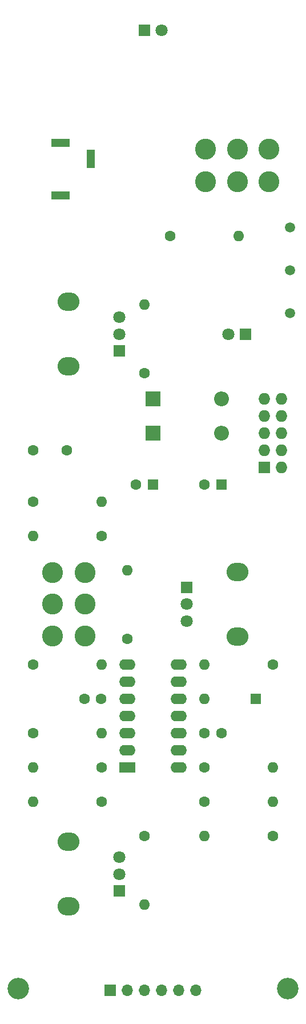
<source format=gbs>
G04 #@! TF.GenerationSoftware,KiCad,Pcbnew,6.0.2-378541a8eb~116~ubuntu20.04.1*
G04 #@! TF.CreationDate,2022-03-12T15:31:06-05:00*
G04 #@! TF.ProjectId,irinput_b1,6972696e-7075-4745-9f62-312e6b696361,rev?*
G04 #@! TF.SameCoordinates,Original*
G04 #@! TF.FileFunction,Soldermask,Bot*
G04 #@! TF.FilePolarity,Negative*
%FSLAX46Y46*%
G04 Gerber Fmt 4.6, Leading zero omitted, Abs format (unit mm)*
G04 Created by KiCad (PCBNEW 6.0.2-378541a8eb~116~ubuntu20.04.1) date 2022-03-12 15:31:06*
%MOMM*%
%LPD*%
G01*
G04 APERTURE LIST*
%ADD10O,3.240000X2.720000*%
%ADD11R,1.800000X1.800000*%
%ADD12C,1.800000*%
%ADD13C,1.500000*%
%ADD14C,3.200000*%
%ADD15C,3.100000*%
%ADD16R,2.800000X1.250000*%
%ADD17R,1.250000X2.800000*%
%ADD18R,2.400000X1.600000*%
%ADD19O,2.400000X1.600000*%
%ADD20R,2.200000X2.200000*%
%ADD21O,2.200000X2.200000*%
%ADD22C,1.600000*%
%ADD23O,1.600000X1.600000*%
%ADD24R,1.700000X1.700000*%
%ADD25O,1.700000X1.700000*%
%ADD26R,1.600000X1.600000*%
%ADD27R,1.727200X1.727200*%
%ADD28O,1.727200X1.727200*%
G04 APERTURE END LIST*
D10*
G04 #@! TO.C,RV1*
X137499999Y-70699999D03*
X137499999Y-80299999D03*
D11*
X144999999Y-77999999D03*
D12*
X144999999Y-75499999D03*
X144999999Y-72999999D03*
G04 #@! TD*
D13*
G04 #@! TO.C,TP1*
X170319999Y-59699999D03*
G04 #@! TD*
G04 #@! TO.C,TP3*
X170319999Y-72399999D03*
G04 #@! TD*
D14*
G04 #@! TO.C,H1*
X129999999Y-172499999D03*
G04 #@! TD*
D15*
G04 #@! TO.C,SW2*
X135084999Y-110799999D03*
X135084999Y-115499999D03*
X135084999Y-120199999D03*
X139914999Y-110799999D03*
X139914999Y-115499999D03*
X139914999Y-120199999D03*
G04 #@! TD*
D10*
G04 #@! TO.C,RV3*
X137499999Y-150699999D03*
X137499999Y-160299999D03*
D11*
X144999999Y-157999999D03*
D12*
X144999999Y-155499999D03*
X144999999Y-152999999D03*
G04 #@! TD*
D16*
G04 #@! TO.C,J1*
X136299999Y-47124999D03*
D17*
X140774999Y-49499999D03*
D16*
X136299999Y-54974999D03*
G04 #@! TD*
D11*
G04 #@! TO.C,Q1*
X148724999Y-30499999D03*
D12*
X151264999Y-30499999D03*
G04 #@! TD*
D13*
G04 #@! TO.C,TP2*
X170319999Y-66049999D03*
G04 #@! TD*
D10*
G04 #@! TO.C,RV2*
X162499999Y-110699999D03*
X162499999Y-120299999D03*
D11*
X154999999Y-112999999D03*
D12*
X154999999Y-115499999D03*
X154999999Y-117999999D03*
G04 #@! TD*
D14*
G04 #@! TO.C,H2*
X169999999Y-172499999D03*
G04 #@! TD*
D11*
G04 #@! TO.C,D3*
X163749999Y-75499999D03*
D12*
X161209999Y-75499999D03*
G04 #@! TD*
D15*
G04 #@! TO.C,SW1*
X157799999Y-52914999D03*
X162499999Y-52914999D03*
X167199999Y-52914999D03*
X157799999Y-48084999D03*
X162499999Y-48084999D03*
X167199999Y-48084999D03*
G04 #@! TD*
D18*
G04 #@! TO.C,U1*
X146199999Y-139714999D03*
D19*
X146199999Y-137174999D03*
X146199999Y-134634999D03*
X146199999Y-132094999D03*
X146199999Y-129554999D03*
X146199999Y-127014999D03*
X146199999Y-124474999D03*
X153819999Y-124474999D03*
X153819999Y-127014999D03*
X153819999Y-129554999D03*
X153819999Y-132094999D03*
X153819999Y-134634999D03*
X153819999Y-137174999D03*
X153819999Y-139714999D03*
G04 #@! TD*
D20*
G04 #@! TO.C,D1*
X149999999Y-85099999D03*
D21*
X160159999Y-85099999D03*
G04 #@! TD*
D22*
G04 #@! TO.C,R5*
X142379999Y-105419999D03*
D23*
X132219999Y-105419999D03*
G04 #@! TD*
D22*
G04 #@! TO.C,R8*
X142379999Y-139709999D03*
D23*
X132219999Y-139709999D03*
G04 #@! TD*
D22*
G04 #@! TO.C,C5*
X160159999Y-134629999D03*
X157659999Y-134629999D03*
G04 #@! TD*
D24*
G04 #@! TO.C,J4*
X143649999Y-172729999D03*
D25*
X146189999Y-172729999D03*
X148729999Y-172729999D03*
X151269999Y-172729999D03*
X153809999Y-172729999D03*
X156349999Y-172729999D03*
G04 #@! TD*
D22*
G04 #@! TO.C,R6*
X132219999Y-124469999D03*
D23*
X142379999Y-124469999D03*
G04 #@! TD*
D22*
G04 #@! TO.C,R14*
X167779999Y-149869999D03*
D23*
X157619999Y-149869999D03*
G04 #@! TD*
D22*
G04 #@! TO.C,R7*
X146189999Y-120659999D03*
D23*
X146189999Y-110499999D03*
G04 #@! TD*
D22*
G04 #@! TO.C,R2*
X152539999Y-60969999D03*
D23*
X162699999Y-60969999D03*
G04 #@! TD*
D26*
G04 #@! TO.C,C2*
X149999999Y-97799999D03*
D22*
X147499999Y-97799999D03*
G04 #@! TD*
D27*
G04 #@! TO.C,J2*
X166509999Y-95259999D03*
D28*
X169049999Y-95259999D03*
X166509999Y-92719999D03*
X169049999Y-92719999D03*
X166509999Y-90179999D03*
X169049999Y-90179999D03*
X166509999Y-87639999D03*
X169049999Y-87639999D03*
X166509999Y-85099999D03*
X169049999Y-85099999D03*
G04 #@! TD*
D22*
G04 #@! TO.C,R4*
X132219999Y-100339999D03*
D23*
X142379999Y-100339999D03*
G04 #@! TD*
D26*
G04 #@! TO.C,C3*
X160159999Y-97799999D03*
D22*
X157659999Y-97799999D03*
G04 #@! TD*
G04 #@! TO.C,R1*
X148729999Y-81289999D03*
D23*
X148729999Y-71129999D03*
G04 #@! TD*
D22*
G04 #@! TO.C,R13*
X157619999Y-144789999D03*
D23*
X167779999Y-144789999D03*
G04 #@! TD*
D22*
G04 #@! TO.C,C4*
X142339999Y-129549999D03*
X139839999Y-129549999D03*
G04 #@! TD*
G04 #@! TO.C,R10*
X148729999Y-149869999D03*
D23*
X148729999Y-160029999D03*
G04 #@! TD*
D22*
G04 #@! TO.C,R12*
X167779999Y-124469999D03*
D23*
X157619999Y-124469999D03*
G04 #@! TD*
D20*
G04 #@! TO.C,D2*
X149999999Y-90179999D03*
D21*
X160159999Y-90179999D03*
G04 #@! TD*
D22*
G04 #@! TO.C,R3*
X132219999Y-134629999D03*
D23*
X142379999Y-134629999D03*
G04 #@! TD*
D26*
G04 #@! TO.C,D4*
X165239999Y-129549999D03*
D23*
X157619999Y-129549999D03*
G04 #@! TD*
D22*
G04 #@! TO.C,R11*
X157619999Y-139709999D03*
D23*
X167779999Y-139709999D03*
G04 #@! TD*
D22*
G04 #@! TO.C,R9*
X142379999Y-144789999D03*
D23*
X132219999Y-144789999D03*
G04 #@! TD*
D22*
G04 #@! TO.C,C1*
X137259999Y-92719999D03*
X132259999Y-92719999D03*
G04 #@! TD*
M02*

</source>
